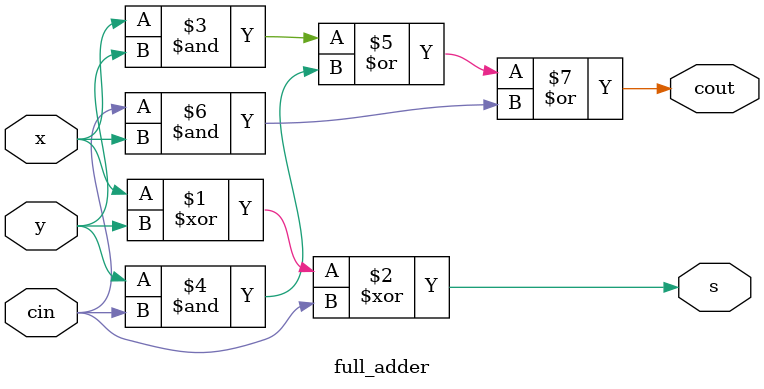
<source format=sv>
module carry_select_adder
(
    input   logic[15:0]     A,
    input   logic[15:0]     B,
    output  logic[15:0]     Sum,
    output  logic           CO
);
	 logic Cout3, Cout7, Cout11;
	 carry_select_adder_4bit CSA0 (.Cin(0), .A(A[3:0]), .B(B[3:0]), .Cout(Cout3), .S(Sum[3:0]));
	 carry_select_adder_4bit CSA1 (.Cin(Cout3), .A(A[7:4]), .B(B[7:4]), .Cout(Cout7), .S(Sum[7:4]));
	 carry_select_adder_4bit CSA2 (.Cin(Cout7), .A(A[11:8]), .B(B[11:8]), .Cout(Cout11), .S(Sum[11:8]));
	 carry_select_adder_4bit CSA3 (.Cin(Cout11), .A(A[15:12]), .B(B[15:12]), .Cout(CO), .S(Sum[15:12]));
	 
	 
endmodule

module carry_select_adder_4bit
(
	 input Cin,
	 input [3:0] A, B,
	 output Cout,
	 output [3:0] S
);
	 logic [3:0]S0, S1;
	 logic Cout0, Cout1;
	 full_adder_four_bit FA4B_0 (.x(A[3:0]), .y(B[3:0]), .cin(1'b0), .s(S0[3:0]), .cout(Cout0));
	 full_adder_four_bit FA4B_1 (.x(A[3:0]), .y(B[3:0]), .cin(1'b1), .s(S1[3:0]), .cout(Cout1));
	 two_to_one_MUX MUX0 (.input0(S0[0]), .input1(S1[0]), .select(Cin), .out(S[0]));
	 two_to_one_MUX MUX1 (.input0(S0[1]), .input1(S1[1]), .select(S[0]), .out(S[1]));
	 two_to_one_MUX MUX2 (.input0(S0[2]), .input1(S1[2]), .select(S[1]), .out(S[2]));
	 two_to_one_MUX MUX3 (.input0(S0[3]), .input1(S1[3]), .select(S[2]), .out(S[3]));
	 two_to_one_MUX MUX_OUT (.input0(Cout0), .input1(Cout1), .select(S[3]), .out(Cout));
endmodule

module full_adder_four_bit
(
	 input [3:0]x,
	 input [3:0]y,
	 input cin,
	 output [3:0]s,
	 output cout
);
	 logic c0, c1, c2;
	 full_adder FA0 (.x(x[0]), .y(y[0]), .cin(cin), .s(s[0]), .cout(c0));
	 full_adder FA1 (.x(x[1]), .y(y[1]), .cin(c0), .s(s[1]), .cout(c1));
	 full_adder FA2 (.x(x[2]), .y(y[2]), .cin(c1), .s(s[2]), .cout(c2));
	 full_adder FA3 (.x(x[3]), .y(y[3]), .cin(c2), .s(s[3]), .cout(cout));
endmodule

module two_to_one_MUX
(
	 input logic input0,
	 input logic input1,
	 input logic select,
	 output logic out
);
	 
	 always_comb begin
		 if (select)	out = input1;
		 else 			out = input0;
	 end
endmodule

module full_adder
(
		input x,
		input y,
		input cin,
		output logic s,
		output logic cout
);
		assign s = x ^ y ^ cin;
		assign cout = (x&y) | (y&cin) | (cin&x);
	
endmodule

</source>
